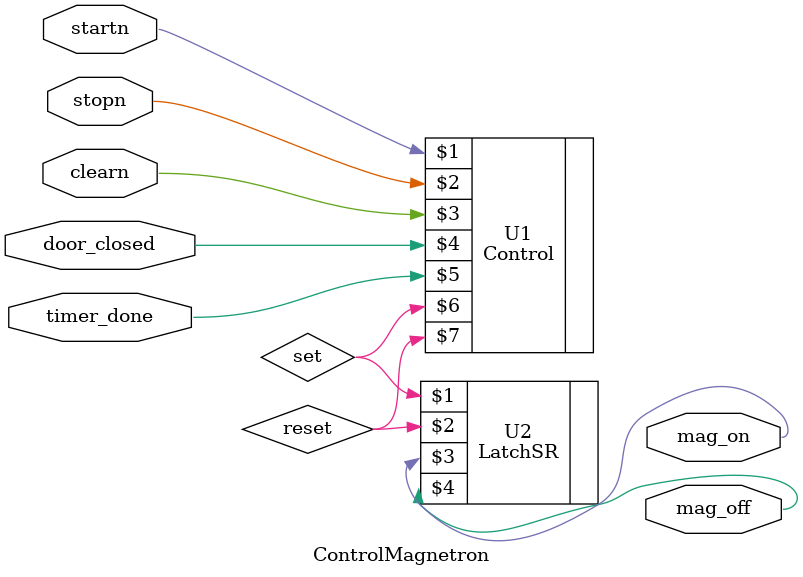
<source format=v>
module ControlMagnetron (startn, stopn, clearn, door_closed, timer_done, mag_on, mag_off);
	input startn, stopn, clearn, door_closed, timer_done;
	output mag_on, mag_off;
	
	Control U1 (startn, stopn, clearn, door_closed, timer_done, set, reset);
	LatchSR U2 (set, reset, mag_on, mag_off);
endmodule
</source>
